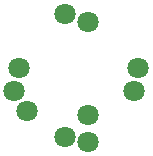
<source format=gbl>
%TF.GenerationSoftware,KiCad,Pcbnew,(5.1.6)-1*%
%TF.CreationDate,2020-06-08T02:24:45-04:00*%
%TF.ProjectId,HAT_SWITCH_BREAKOUT,4841545f-5357-4495-9443-485f42524541,rev?*%
%TF.SameCoordinates,Original*%
%TF.FileFunction,Copper,L2,Bot*%
%TF.FilePolarity,Positive*%
%FSLAX46Y46*%
G04 Gerber Fmt 4.6, Leading zero omitted, Abs format (unit mm)*
G04 Created by KiCad (PCBNEW (5.1.6)-1) date 2020-06-08 02:24:45*
%MOMM*%
%LPD*%
G01*
G04 APERTURE LIST*
%TA.AperFunction,ComponentPad*%
%ADD10C,1.800000*%
%TD*%
%TA.AperFunction,WasherPad*%
%ADD11C,1.800000*%
%TD*%
G04 APERTURE END LIST*
D10*
%TO.P,S1,COM*%
%TO.N,Net-(J6-Pad1)*%
X118840999Y-107196999D03*
%TO.P,S1,PUSH3*%
%TO.N,Net-(J5-Pad1)*%
X123096999Y-100940999D03*
%TO.P,S1,B*%
%TO.N,Net-(J2-Pad1)*%
X122685999Y-102940999D03*
D11*
%TO.P,S1,*%
%TO.N,*%
X118840999Y-104940999D03*
D10*
%TO.P,S1,C*%
%TO.N,Net-(J3-Pad1)*%
X116840999Y-106788999D03*
%TO.P,S1,GND*%
%TO.N,N/C*%
X113690999Y-104638999D03*
%TO.P,S1,PUSH1*%
%TO.N,Net-(J5-Pad1)*%
X112584999Y-102940999D03*
%TO.P,S1,D*%
%TO.N,Net-(J4-Pad1)*%
X112992999Y-100940999D03*
%TO.P,S1,PUSH2*%
%TO.N,Net-(J5-Pad1)*%
X116840999Y-96414999D03*
%TO.P,S1,A*%
%TO.N,Net-(J1-Pad1)*%
X118840999Y-97092999D03*
%TD*%
M02*

</source>
